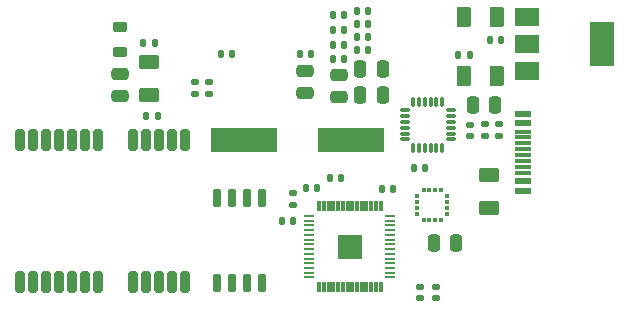
<source format=gbr>
%TF.GenerationSoftware,KiCad,Pcbnew,(6.0.7)*%
%TF.CreationDate,2022-11-19T04:14:00-05:00*%
%TF.ProjectId,picopilotv1,7069636f-7069-46c6-9f74-76312e6b6963,rev?*%
%TF.SameCoordinates,Original*%
%TF.FileFunction,Paste,Top*%
%TF.FilePolarity,Positive*%
%FSLAX46Y46*%
G04 Gerber Fmt 4.6, Leading zero omitted, Abs format (unit mm)*
G04 Created by KiCad (PCBNEW (6.0.7)) date 2022-11-19 04:14:00*
%MOMM*%
%LPD*%
G01*
G04 APERTURE LIST*
G04 Aperture macros list*
%AMRoundRect*
0 Rectangle with rounded corners*
0 $1 Rounding radius*
0 $2 $3 $4 $5 $6 $7 $8 $9 X,Y pos of 4 corners*
0 Add a 4 corners polygon primitive as box body*
4,1,4,$2,$3,$4,$5,$6,$7,$8,$9,$2,$3,0*
0 Add four circle primitives for the rounded corners*
1,1,$1+$1,$2,$3*
1,1,$1+$1,$4,$5*
1,1,$1+$1,$6,$7*
1,1,$1+$1,$8,$9*
0 Add four rect primitives between the rounded corners*
20,1,$1+$1,$2,$3,$4,$5,0*
20,1,$1+$1,$4,$5,$6,$7,0*
20,1,$1+$1,$6,$7,$8,$9,0*
20,1,$1+$1,$8,$9,$2,$3,0*%
G04 Aperture macros list end*
%ADD10C,0.010000*%
%ADD11RoundRect,0.250000X0.375000X0.625000X-0.375000X0.625000X-0.375000X-0.625000X0.375000X-0.625000X0*%
%ADD12RoundRect,0.140000X0.140000X0.170000X-0.140000X0.170000X-0.140000X-0.170000X0.140000X-0.170000X0*%
%ADD13RoundRect,0.250000X-0.250000X-0.475000X0.250000X-0.475000X0.250000X0.475000X-0.250000X0.475000X0*%
%ADD14RoundRect,0.140000X0.170000X-0.140000X0.170000X0.140000X-0.170000X0.140000X-0.170000X-0.140000X0*%
%ADD15RoundRect,0.140000X-0.140000X-0.170000X0.140000X-0.170000X0.140000X0.170000X-0.140000X0.170000X0*%
%ADD16RoundRect,0.250000X-0.625000X0.375000X-0.625000X-0.375000X0.625000X-0.375000X0.625000X0.375000X0*%
%ADD17R,0.450000X0.300000*%
%ADD18R,0.300000X0.450000*%
%ADD19R,2.000000X1.500000*%
%ADD20R,2.000000X3.800000*%
%ADD21R,5.600000X2.100000*%
%ADD22RoundRect,0.006000X0.094000X-0.414000X0.094000X0.414000X-0.094000X0.414000X-0.094000X-0.414000X0*%
%ADD23RoundRect,0.020000X0.400000X-0.080000X0.400000X0.080000X-0.400000X0.080000X-0.400000X-0.080000X0*%
%ADD24RoundRect,0.150000X0.150000X-0.650000X0.150000X0.650000X-0.150000X0.650000X-0.150000X-0.650000X0*%
%ADD25RoundRect,0.218750X0.381250X-0.218750X0.381250X0.218750X-0.381250X0.218750X-0.381250X-0.218750X0*%
%ADD26RoundRect,0.140000X-0.170000X0.140000X-0.170000X-0.140000X0.170000X-0.140000X0.170000X0.140000X0*%
%ADD27RoundRect,0.075000X-0.075000X0.350000X-0.075000X-0.350000X0.075000X-0.350000X0.075000X0.350000X0*%
%ADD28RoundRect,0.075000X0.350000X0.075000X-0.350000X0.075000X-0.350000X-0.075000X0.350000X-0.075000X0*%
%ADD29RoundRect,0.250000X-0.475000X0.250000X-0.475000X-0.250000X0.475000X-0.250000X0.475000X0.250000X0*%
%ADD30R,1.450000X0.600000*%
%ADD31R,1.450000X0.300000*%
%ADD32RoundRect,0.250000X0.475000X-0.250000X0.475000X0.250000X-0.475000X0.250000X-0.475000X-0.250000X0*%
%ADD33RoundRect,0.250000X0.250000X0.475000X-0.250000X0.475000X-0.250000X-0.475000X0.250000X-0.475000X0*%
%ADD34RoundRect,0.200000X0.200000X-0.700000X0.200000X0.700000X-0.200000X0.700000X-0.200000X-0.700000X0*%
G04 APERTURE END LIST*
%TO.C,U3*%
G36*
X116423000Y-103977000D02*
G01*
X114463000Y-103977000D01*
X114463000Y-102017000D01*
X116423000Y-102017000D01*
X116423000Y-103977000D01*
G37*
D10*
X116423000Y-103977000D02*
X114463000Y-103977000D01*
X114463000Y-102017000D01*
X116423000Y-102017000D01*
X116423000Y-103977000D01*
%TD*%
D11*
%TO.C,PWR*%
X127892000Y-83566000D03*
X125092000Y-83566000D03*
%TD*%
D12*
%TO.C,C8*%
X110665200Y-100838000D03*
X109705200Y-100838000D03*
%TD*%
D13*
%TO.C,C19*%
X122544800Y-102717600D03*
X124444800Y-102717600D03*
%TD*%
D14*
%TO.C,R1*%
X103530400Y-90040400D03*
X103530400Y-89080400D03*
%TD*%
D15*
%TO.C,C16*%
X113972400Y-84632800D03*
X114932400Y-84632800D03*
%TD*%
D16*
%TO.C,D1*%
X127254000Y-96898000D03*
X127254000Y-99698000D03*
%TD*%
D17*
%TO.C,U5*%
X123703000Y-100191000D03*
X123703000Y-99691000D03*
X123703000Y-99191000D03*
X123703000Y-98691000D03*
D18*
X123178000Y-98166000D03*
X122678000Y-98166000D03*
X122178000Y-98166000D03*
X121678000Y-98166000D03*
D17*
X121153000Y-98691000D03*
X121153000Y-99191000D03*
X121153000Y-99691000D03*
X121153000Y-100191000D03*
D18*
X121678000Y-100716000D03*
X122178000Y-100716000D03*
X122678000Y-100716000D03*
X123178000Y-100716000D03*
%TD*%
D19*
%TO.C,U1*%
X130454000Y-83552000D03*
X130454000Y-85852000D03*
D20*
X136754000Y-85852000D03*
D19*
X130454000Y-88152000D03*
%TD*%
D14*
%TO.C,R14*%
X128066800Y-93596400D03*
X128066800Y-92636400D03*
%TD*%
D12*
%TO.C,R4*%
X111737200Y-98044000D03*
X112697200Y-98044000D03*
%TD*%
D21*
%TO.C,Y1*%
X115498000Y-93980000D03*
X106498000Y-93980000D03*
%TD*%
D12*
%TO.C,R3*%
X114729200Y-97180400D03*
X113769200Y-97180400D03*
%TD*%
%TO.C,R5*%
X119098000Y-98145600D03*
X118138000Y-98145600D03*
%TD*%
D22*
%TO.C,U3*%
X112843000Y-106432000D03*
X113243000Y-106432000D03*
X113643000Y-106432000D03*
X114043000Y-106432000D03*
X114443000Y-106432000D03*
X114843000Y-106432000D03*
X115243000Y-106432000D03*
X115643000Y-106432000D03*
X116043000Y-106432000D03*
X116443000Y-106432000D03*
X116843000Y-106432000D03*
X117243000Y-106432000D03*
X117643000Y-106432000D03*
X118043000Y-106432000D03*
D23*
X118878000Y-105597000D03*
X118878000Y-105197000D03*
X118878000Y-104797000D03*
X118878000Y-104397000D03*
X118878000Y-103997000D03*
X118878000Y-103597000D03*
X118878000Y-103197000D03*
X118878000Y-102797000D03*
X118878000Y-102397000D03*
X118878000Y-101997000D03*
X118878000Y-101597000D03*
X118878000Y-101197000D03*
X118878000Y-100797000D03*
X118878000Y-100397000D03*
D22*
X118043000Y-99562000D03*
X117643000Y-99562000D03*
X117243000Y-99562000D03*
X116843000Y-99562000D03*
X116443000Y-99562000D03*
X116043000Y-99562000D03*
X115643000Y-99562000D03*
X115243000Y-99562000D03*
X114843000Y-99562000D03*
X114443000Y-99562000D03*
X114043000Y-99562000D03*
X113643000Y-99562000D03*
X113243000Y-99562000D03*
X112843000Y-99562000D03*
D23*
X112008000Y-100397000D03*
X112008000Y-100797000D03*
X112008000Y-101197000D03*
X112008000Y-101597000D03*
X112008000Y-101997000D03*
X112008000Y-102397000D03*
X112008000Y-102797000D03*
X112008000Y-103197000D03*
X112008000Y-103597000D03*
X112008000Y-103997000D03*
X112008000Y-104397000D03*
X112008000Y-104797000D03*
X112008000Y-105197000D03*
X112008000Y-105597000D03*
%TD*%
D24*
%TO.C,U2*%
X104216200Y-98863600D03*
X105486200Y-98863600D03*
X106756200Y-98863600D03*
X108026200Y-98863600D03*
X108026200Y-106063600D03*
X106756200Y-106063600D03*
X105486200Y-106063600D03*
X104216200Y-106063600D03*
%TD*%
D15*
%TO.C,R9*%
X99159000Y-91948000D03*
X98199000Y-91948000D03*
%TD*%
D12*
%TO.C,R8*%
X98905000Y-85725000D03*
X97945000Y-85725000D03*
%TD*%
%TO.C,R6*%
X128242000Y-85471000D03*
X127282000Y-85471000D03*
%TD*%
D15*
%TO.C,C5*%
X113972400Y-85902800D03*
X114932400Y-85902800D03*
%TD*%
%TO.C,C13*%
X116004400Y-86360000D03*
X116964400Y-86360000D03*
%TD*%
D16*
%TO.C,GPS*%
X98425000Y-87373000D03*
X98425000Y-90173000D03*
%TD*%
D25*
%TO.C,L1*%
X96012000Y-86533500D03*
X96012000Y-84408500D03*
%TD*%
D26*
%TO.C,R11*%
X125628400Y-92687200D03*
X125628400Y-93647200D03*
%TD*%
D27*
%TO.C,U6*%
X123271600Y-94609200D03*
X122771600Y-94609200D03*
X122271600Y-94609200D03*
X121771600Y-94609200D03*
X121271600Y-94609200D03*
X120771600Y-94609200D03*
D28*
X120071600Y-93909200D03*
X120071600Y-93409200D03*
X120071600Y-92909200D03*
X120071600Y-92409200D03*
X120071600Y-91909200D03*
X120071600Y-91409200D03*
D27*
X120771600Y-90709200D03*
X121271600Y-90709200D03*
X121771600Y-90709200D03*
X122271600Y-90709200D03*
X122771600Y-90709200D03*
X123271600Y-90709200D03*
D28*
X123971600Y-91409200D03*
X123971600Y-91909200D03*
X123971600Y-92409200D03*
X123971600Y-92909200D03*
X123971600Y-93409200D03*
X123971600Y-93909200D03*
%TD*%
D15*
%TO.C,C9*%
X116004400Y-83007200D03*
X116964400Y-83007200D03*
%TD*%
D29*
%TO.C,C17*%
X114488000Y-88458000D03*
X114488000Y-90358000D03*
%TD*%
D15*
%TO.C,R10*%
X120881200Y-96316800D03*
X121841200Y-96316800D03*
%TD*%
D26*
%TO.C,C6*%
X122732800Y-106403200D03*
X122732800Y-107363200D03*
%TD*%
D14*
%TO.C,R13*%
X126847600Y-93596400D03*
X126847600Y-92636400D03*
%TD*%
D13*
%TO.C,C1*%
X125846800Y-90982800D03*
X127746800Y-90982800D03*
%TD*%
D15*
%TO.C,C12*%
X116004400Y-85242400D03*
X116964400Y-85242400D03*
%TD*%
%TO.C,C3*%
X104523600Y-86715600D03*
X105483600Y-86715600D03*
%TD*%
D26*
%TO.C,R2*%
X102362000Y-89080400D03*
X102362000Y-90040400D03*
%TD*%
D14*
%TO.C,C10*%
X110642400Y-99438400D03*
X110642400Y-98478400D03*
%TD*%
D30*
%TO.C,J3*%
X130067000Y-98246000D03*
X130067000Y-97446000D03*
D31*
X130067000Y-96246000D03*
X130067000Y-95246000D03*
X130067000Y-94746000D03*
X130067000Y-93746000D03*
D30*
X130067000Y-92546000D03*
X130067000Y-91746000D03*
X130067000Y-91746000D03*
X130067000Y-92546000D03*
D31*
X130067000Y-93246000D03*
X130067000Y-94246000D03*
X130067000Y-95746000D03*
X130067000Y-96746000D03*
D30*
X130067000Y-97446000D03*
X130067000Y-98246000D03*
%TD*%
D32*
%TO.C,C4*%
X111633000Y-89977000D03*
X111633000Y-88077000D03*
%TD*%
D15*
%TO.C,C15*%
X114008000Y-87071200D03*
X114968000Y-87071200D03*
%TD*%
D32*
%TO.C,C18*%
X96012000Y-90231000D03*
X96012000Y-88331000D03*
%TD*%
D15*
%TO.C,R7*%
X124615000Y-86741000D03*
X125575000Y-86741000D03*
%TD*%
%TO.C,C14*%
X113972400Y-83413600D03*
X114932400Y-83413600D03*
%TD*%
D33*
%TO.C,C21*%
X118232000Y-90119200D03*
X116332000Y-90119200D03*
%TD*%
D11*
%TO.C,STATUS*%
X127892000Y-88519000D03*
X125092000Y-88519000D03*
%TD*%
D12*
%TO.C,C2*%
X112138400Y-86715600D03*
X111178400Y-86715600D03*
%TD*%
D26*
%TO.C,C7*%
X121361200Y-106403200D03*
X121361200Y-107363200D03*
%TD*%
D34*
%TO.C,U4*%
X87488000Y-105949000D03*
X88588000Y-105949000D03*
X89688000Y-105949000D03*
X90788000Y-105949000D03*
X91888000Y-105949000D03*
X92988000Y-105949000D03*
X94088000Y-105949000D03*
X97088000Y-105949000D03*
X98188000Y-105949000D03*
X99288000Y-105949000D03*
X100388000Y-105949000D03*
X101488000Y-105949000D03*
X101488000Y-93949000D03*
X100388000Y-93949000D03*
X99288000Y-93949000D03*
X98188000Y-93949000D03*
X97088000Y-93949000D03*
X94088000Y-93949000D03*
X92988000Y-93949000D03*
X91888000Y-93949000D03*
X90788000Y-93949000D03*
X89688000Y-93949000D03*
X88588000Y-93949000D03*
X87488000Y-93949000D03*
%TD*%
D33*
%TO.C,C20*%
X118232000Y-87934800D03*
X116332000Y-87934800D03*
%TD*%
D15*
%TO.C,C11*%
X116004400Y-84124800D03*
X116964400Y-84124800D03*
%TD*%
M02*

</source>
